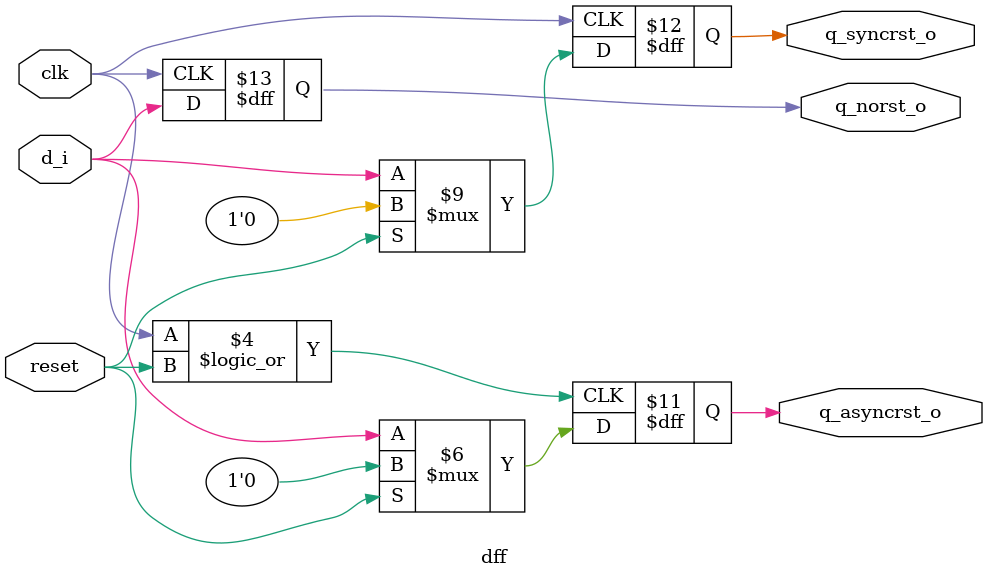
<source format=sv>
module dff (
  input   logic   clk,
  input   logic   reset,

  input   logic   d_i,

  output  logic   q_norst_o,
  output  logic   q_syncrst_o,
  output  logic   q_asyncrst_o
);
  
  // Non resettable D Flip-flop
  always_ff @(posedge clk) begin
  	q_norst_o <= d_i;
  end
  
  // Synchronous Reset D Flip-flop
  always_ff @(posedge clk) begin
    if (reset)
    	q_syncrst_o <= 1'b0;
    else
  		q_syncrst_o <= d_i;
  end
  
  // Asynchronous Reset D Flip-flop
  always_ff @(posedge clk || reset) begin
    if (reset)
    	q_asyncrst_o <= 1'b0;
    else
  		q_asyncrst_o <= d_i;
  end

endmodule
</source>
